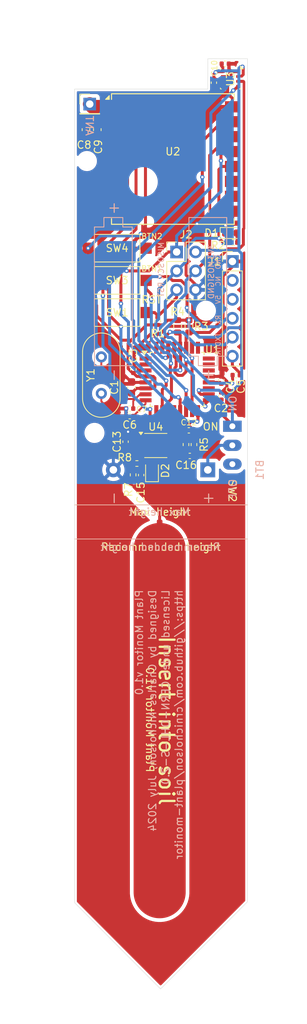
<source format=kicad_pcb>
(kicad_pcb (version 20240108) (generator "pcbnew") (generator_version "8.0")
  (layers (0 "F.Cu" signal) (31 "B.Cu" signal) (34 "B.Paste" user) (35 "F.Paste" user) (36 "B.SilkS" user "B.Silkscreen") (37 "F.SilkS" user "F.Silkscreen") (38 "B.Mask" user) (39 "F.Mask" user) (44 "Edge.Cuts" user))
  (net 0 "")
  (net 1 "Net-(AE1-Pin_1)")
  (net 2 "Net-(BT1-+)")
  (net 3 "GND")
  (net 4 "+3.3V")
  (net 5 "Net-(U1-AREF)")
  (net 6 "RESET")
  (net 7 "Net-(J1-Pin_6)")
  (net 8 "XTAL2")
  (net 9 "XTAL1")
  (net 10 "TRIG")
  (net 11 "Net-(C14-Pad1)")
  (net 12 "SOIL")
  (net 13 "COUT")
  (net 14 "Net-(D1-A)")
  (net 15 "Net-(D2-A)")
  (net 17 "RX")
  (net 18 "+5V")
  (net 19 "TX")
  (net 20 "MOSI")
  (net 21 "SCK")
  (net 22 "MISO")
  (net 23 "SDA")
  (net 24 "SCL")
  (net 25 "Net-(U4-DIS)")
  (net 26 "OUT")
  (net 28 "BUTTON1")
  (net 29 "BUTTON2")
  (net 34 "DIO0")
  (net 36 "LORA_RST")
  (net 40 "CS")
  (footprint "Resistor_SMD:R_0402_1005Metric" (layer "F.Cu") (at 255.5124 104.56 -90)
    (property "Reference" "R6" (hide yes))
    (property "Value" "1.5 K")
  )
  (footprint "Resistor_SMD:R_0402_1005Metric" (layer "F.Cu") (at 248.9104 107.1 180)
    (property "Reference" "R8")
    (property "Value" "10 K")
  )
  (footprint "Connector_PinHeader_2.54mm:PinHeader_2x03_P2.54mm_Vertical" (layer "F.Cu") (at 254.254 78.74)
    (property "Reference" "J2")
    (property "Value" "AT_ISP")
  )
  (footprint "Resistor_SMD:R_0402_1005Metric" (layer "F.Cu") (at 256.5844 104.562 -90)
    (property "Reference" "R5")
    (property "Value" "330")
  )
  (footprint "Capacitor_SMD:C_0402_1005Metric" (layer "F.Cu") (at 259.262 56.048 90)
    (property "Reference" "C10")
    (property "Value" "100 nF")
  )
  (footprint "Capacitor_SMD:C_0402_1005Metric" (layer "F.Cu") (at 248.448 94.488 90)
    (property "Reference" "C3")
    (property "Value" "100 nF")
  )
  (footprint "Package_LGA:Bosch_LGA-8_2.5x2.5mm_P0.65mm_ClockwisePinNumbering" (layer "F.Cu") (at 261.484 55.54 -90)
    (property "Reference" "U3")
    (property "Value" "BME280")
  )
  (footprint "Button_Switch_SMD:SW_SPST_CK_RS282G05A3" (layer "F.Cu") (at 246.253 86.864 180)
    (property "Reference" "SW1")
    (property "Value" "AT_RESET")
  )
  (footprint "Resistor_SMD:R_0402_1005Metric" (layer "F.Cu") (at 261.872 77.47 180)
    (property "Reference" "R2")
    (property "Value" "1 K")
  )
  (footprint "Resistor_SMD:R_0603_1608Metric" (layer "F.Cu") (at 254.381 88.709 90)
    (property "Reference" "R4")
    (property "Value" "1.8 K")
  )
  (footprint "Capacitor_SMD:C_0402_1005Metric" (layer "F.Cu") (at 249.4834 108.65 -90)
    (property "Reference" "C15")
    (property "Value" "1 nF")
  )
  (footprint "Connector_PinHeader_2.54mm:PinHeader_1x06_P2.54mm_Vertical" (layer "F.Cu") (at 261.747 80.01)
    (property "Reference" "J1")
    (property "Value" "FTDI")
  )
  (footprint "Capacitor_SMD:C_0402_1005Metric" (layer "F.Cu") (at 260.786 53.508)
    (property "Reference" "C11" (hide yes))
    (property "Value" "1 uF")
  )
  (footprint "Sensor_Humidity:Soil" (layer "F.Cu") (at 251.968 118.5695)
    (property "Reference" "C14" (hide yes))
    (property "Value" "Soil")
  )
  (footprint "Package_SO:VSSOP-8_3.0x3.0mm_P0.65mm" (layer "F.Cu") (at 251.4504 104.687)
    (property "Reference" "U4")
    (property "Value" "TLC555xPS")
  )
  (footprint "MountingHole:MountingHole_2.2mm_M2" (layer "F.Cu") (at 242.189 66.548)
    (property "Reference" "H1" (hide yes))
    (property "Value" "MountingHole")
  )
  (footprint "LED_SMD:LED_0603_1608Metric" (layer "F.Cu") (at 261.5945 76.2)
    (property "Reference" "D1")
    (property "Value" "LED")
  )
  (footprint "Capacitor_SMD:C_0402_1005Metric" (layer "F.Cu") (at 260.259 95.927 90)
    (property "Reference" "C4")
    (property "Value" "100 nF")
  )
  (footprint "Capacitor_SMD:C_0402_1005Metric" (layer "F.Cu") (at 247.94 100.753 180)
    (property "Reference" "C6")
    (property "Value" "22 pF")
  )
  (footprint "Capacitor_SMD:C_0402_1005Metric" (layer "F.Cu") (at 255.8954 102.655)
    (property "Reference" "C12")
    (property "Value" "470 pF")
  )
  (footprint "Capacitor_SMD:C_0603_1608Metric" (layer "F.Cu") (at 248.194 96.901 -90)
    (property "Reference" "C1")
    (property "Value" "10 uF")
  )
  (footprint "Crystal:Crystal_HC18-U_Vertical" (layer "F.Cu") (at 244.13 97.705 90)
    (property "Reference" "Y1")
    (property "Value" "8MHz")
  )
  (footprint "Capacitor_SMD:C_0603_1608Metric" (layer "F.Cu") (at 242.063 62.342 90)
    (property "Reference" "C8")
    (property "Value" "10 uF")
  )
  (footprint "Resistor_SMD:R_0402_1005Metric" (layer "F.Cu") (at 251.714 88.009 90)
    (property "Reference" "R1")
    (property "Value" "220")
  )
  (footprint "Button_Switch_THT:SW_Slide_SPDT" (layer "F.Cu") (at 261.747 104.648 -90)
    (property "Reference" "SW2")
    (property "Value" "Power")
  )
  (footprint "Capacitor_SMD:C_0402_1005Metric" (layer "F.Cu") (at 247.3864 104.179 90)
    (property "Reference" "C13")
    (property "Value" "100 nF")
  )
  (footprint "Capacitor_SMD:C_0402_1005Metric" (layer "F.Cu") (at 262.255 95.25)
    (property "Reference" "C5")
    (property "Value" "100 nF")
  )
  (footprint "Capacitor_SMD:C_0402_1005Metric" (layer "F.Cu") (at 260.259 98.058 -90)
    (property "Reference" "C2")
    (property "Value" "100 nF")
  )
  (footprint "Capacitor_SMD:C_0603_1608Metric" (layer "F.Cu") (at 243.587 62.342 90)
    (property "Reference" "C9")
    (property "Value" "100 nF")
  )
  (footprint "MountingHole:MountingHole_2.2mm_M2" (layer "F.Cu") (at 258.191 86.614)
    (property "Reference" "H1" (hide yes))
    (property "Value" "MountingHole")
  )
  (footprint "Connector_PinHeader_2.54mm:PinHeader_1x01_P2.54mm_Vertical" (layer "F.Cu") (at 242.571 58.913)
    (property "Reference" "AE1" (hide yes))
    (property "Value" "Antenna")
  )
  (footprint "RF_Module:Ai-Thinker-Ra-01-LoRa" (layer "F.Cu") (at 253.747 66.279)
    (property "Reference" "U2")
    (property "Value" "Ra-01")
  )
  (footprint "Package_QFP:TQFP-32_7x7mm_P0.8mm" (layer "F.Cu") (at 254.324 95.826)
    (property "Reference" "U1")
    (property "Value" "ATmega328P-A")
  )
  (footprint "Resistor_SMD:R_0603_1608Metric" (layer "F.Cu") (at 255.905 88.709 90)
    (property "Reference" "R3")
    (property "Value" "1.8 K")
  )
  (footprint "Diode_SMD:D_MicroMELF" (layer "F.Cu") (at 250.9424 108.078 90)
    (property "Reference" "D2")
    (property "Value" "SM4007")
  )
  (footprint "Capacitor_SMD:C_0402_1005Metric" (layer "F.Cu") (at 247.94 99.737)
    (property "Reference" "C7")
    (property "Value" "22 pF")
  )
  (footprint "Button_Switch_SMD:SW_SPST_CK_RS282G05A3" (layer "F.Cu") (at 246.253 82.55 180)
    (property "Reference" "SW3")
    (property "Value" "BUTTON1")
  )
  (footprint "Button_Switch_SMD:SW_SPST_CK_RS282G05A3" (layer "F.Cu") (at 246.253 78.232 180)
    (property "Reference" "SW4")
    (property "Value" "BUTTON2")
  )
  (footprint "MountingHole:MountingHole_2.2mm_M2" (layer "F.Cu") (at 243.205 102.997)
    (property "Reference" "H4" (hide yes))
    (property "Value" "MountingHole")
  )
  (footprint "Resistor_SMD:R_0402_1005Metric" (layer "F.Cu") (at 248.4024 108.622 -90)
    (property "Reference" "R7")
    (property "Value" "1 M")
  )
  (footprint "Capacitor_SMD:C_0402_1005Metric" (layer "F.Cu") (at 256.0224 106.084)
    (property "Reference" "C16")
    (property "Value" "10 nF")
  )
  (footprint "Battery:BatteryHolder_Keystone_2468_2xAAA" (layer "B.Cu") (at 258.445 107.952 90)
    (property "Reference" "BT1")
    (property "Value" "Battery")
  )
  (gr_line (start 263.779 117.221) (end 240.538 117.221) (stroke (width 0.1)) (layer "B.SilkS"))
  (gr_line (start 240.538 112.649) (end 263.779 112.649) (stroke (width 0.1)) (layer "B.SilkS"))
  (gr_line (start 240.538 117.221) (end 263.779 117.221) (stroke (width 0.1)) (layer "F.SilkS"))
  (gr_line (start 240.538 112.649) (end 263.779 112.649) (stroke (width 0.1)) (layer "F.SilkS"))
  (gr_line (start 252.095 177.546) (end 240.538 165.989) (stroke (width 0.05)) (layer "Edge.Cuts"))
  (gr_line (start 258.445 52.832) (end 258.445 56.896) (stroke (width 0.05)) (layer "Edge.Cuts"))
  (gr_line (start 240.538 56.896) (end 240.538 165.989) (stroke (width 0.05)) (layer "Edge.Cuts"))
  (gr_line (start 263.779 52.832) (end 263.779 165.862) (stroke (width 0.05)) (layer "Edge.Cuts"))
  (gr_line (start 258.445 56.896) (end 240.538 56.896) (stroke (width 0.05)) (layer "Edge.Cuts"))
  (gr_line (start 263.777186 165.863814) (end 252.095 177.546) (stroke (width 0.05)) (layer "Edge.Cuts"))
  (gr_line (start 263.779 52.832) (end 258.445 52.832) (stroke (width 0.05)) (layer "Edge.Cuts"))
  (gr_text "5V" (at 260.223 84.455 90) (layer "B.SilkS") (effects (font (size 0.66 0.66) (thickness 0.1)) (justify left bottom mirror)))
  (gr_text "RX" (at 260.223 87.122 90) (layer "B.SilkS") (effects (font (size 0.66 0.66) (thickness 0.1)) (justify left bottom mirror)))
  (gr_text "RST" (at 252.603 82.677 90) (layer "B.SilkS") (effects (font (size 0.75 0.75) (thickness 0.12)) (justify left bottom mirror)))
  (gr_text "Designed by Charles Nicholson, July 2024" (at 251.587 123.952 90) (layer "B.SilkS") (effects (font (size 1 1)) (justify left bottom mirror)))
  (gr_text "Recommended height" (at 260.223 118.872 -0) (layer "B.SilkS") (effects (font (size 1 1)) (justify left bottom mirror)))
  (gr_text "Licensed under CERN-OHL-S-2.0" (at 253.365 123.952 90) (layer "B.SilkS") (effects (font (size 1 1) (thickness 0.15) (bold yes)) (justify left bottom mirror)))
  (gr_text "ON" (at 262.382 97.917 90) (layer "B.SilkS") (effects (font (size 1 1)) (justify left bottom mirror)))
  (gr_text "Plant Monitor v1.0" (at 249.809 123.952 90) (layer "B.SilkS") (effects (font (size 1 1)) (justify left bottom mirror)))
  (gr_text "OFF\n" (at 262.382 109.093 90) (layer "B.SilkS") (effects (font (size 1 1)) (justify left bottom mirror)))
  (gr_text "NC" (at 260.223 81.915 90) (layer "B.SilkS") (effects (font (size 0.66 0.66) (thickness 0.1)) (justify left bottom mirror)))
  (gr_text "SCK" (at 252.603 80.137 90) (layer "B.SilkS") (effects (font (size 0.75 0.75) (thickness 0.12)) (justify left bottom mirror)))
  (gr_text "TX" (at 260.223 89.535 90) (layer "B.SilkS") (effects (font (size 0.66 0.66) (thickness 0.1)) (justify left bottom mirror)))
  (gr_text "DTR" (at 260.223 90.678 90) (layer "B.SilkS") (effects (font (size 0.66 0.66) (thickness 0.1)) (justify left bottom mirror)))
  (gr_text "MOSI" (at 259.334 79.883 90) (layer "B.SilkS") (effects (font (size 0.75 0.75) (thickness 0.12)) (justify left bottom mirror)))
  (gr_text "ANT" (at 241.935 63.246 -90) (layer "B.SilkS") (effects (font (size 1 1)) (justify left bottom mirror)))
  (gr_text "Max height" (at 256.159 114.173 -0) (layer "B.SilkS") (effects (font (size 1 1)) (justify left bottom mirror)))
  (gr_text "MISO" (at 252.603 77.343 90) (layer "B.SilkS") (effects (font (size 0.75 0.75) (thickness 0.12)) (justify left bottom mirror)))
  (gr_text "GND" (at 259.334 82.677 90) (layer "B.SilkS") (effects (font (size 0.75 0.75) (thickness 0.12)) (justify left bottom mirror)))
  (gr_text "https://github.com/crnicholson/plant-monitor" (at 255.143 123.952 90) (layer "B.SilkS") (effects (font (size 1 1)) (justify left bottom mirror)))
  (gr_text "GND" (at 260.223 78.994 90) (layer "B.SilkS") (effects (font (size 0.66 0.66) (thickness 0.1)) (justify left bottom mirror)))
  (gr_text "3V3" (at 259.334 77.597 90) (layer "B.SilkS") (effects (font (size 0.75 0.75) (thickness 0.12)) (justify left bottom mirror)))
  (gr_text "BTN2" (at 249.428 77.089 0) (layer "F.SilkS") (effects (font (size 0.75 0.75) (thickness 0.12)) (justify left bottom)))
  (gr_text "Insert into soil" (at 251.714 130.048 270) (layer "F.SilkS") (effects (font (size 2 2) (thickness 0.3)) (justify left bottom)))
  (gr_text "ON" (at 257.683 102.743 0) (layer "F.SilkS") (effects (font (size 1 1)) (justify left bottom)))
  (gr_text "Plant Monitor v1.0" (at 250.063 148.59 -90) (layer "F.SilkS") (effects (font (size 1 1)) (justify left bottom mirror)))
  (gr_text "Recommended height" (at 243.967 118.872 0) (layer "F.SilkS") (effects (font (size 1 1)) (justify left bottom)))
  (gr_text "Max height" (at 247.777 114.173 0) (layer "F.SilkS") (effects (font (size 1 1)) (justify left bottom)))
  (gr_text "RST" (at 249.428 85.725 0) (layer "F.SilkS") (effects (font (size 1 1)) (justify left bottom)))
  (gr_text "BTN1" (at 249.428 81.407 0) (layer "F.SilkS") (effects (font (size 0.75 0.75) (thickness 0.12)) (justify left bottom)))
  (segment (start 242.937 59.279) (end 242.571 58.913) (width 1.84904) (layer "F.Cu") (net 1))
  (segment (start 245.747 59.279) (end 242.937 59.279) (width 1.84904) (layer "F.Cu") (net 1))
  (segment (start 258.381 107.952) (end 258.3704 107.952) (width 0.4) (layer "F.Cu") (net 2))
  (segment (start 258.445 106.3073) (end 258.445 107.952) (width 0.4) (layer "B.Cu") (net 2))
  (segment (start 260.0863 104.666) (end 258.445 106.3073) (width 0.4) (layer "B.Cu") (net 2))
  (segment (start 261.738 104.666) (end 260.0863 104.666) (width 0.4) (layer "B.Cu") (net 2))
  (segment (start 261.6521 54.6485) (end 261.0856 55.215) (width 0.4) (layer "F.Cu") (net 3))
  (segment (start 261.747 59.279) (end 260.3453 59.279) (width 0.4) (layer "F.Cu") (net 3))
  (segment (start 261.1092 56.3915) (end 261.1092 57.4895) (width 0.4) (layer "F.Cu") (net 3))
  (segment (start 257.0036 62.6207) (end 257.0036 62.3126) (width 0.4) (layer "F.Cu") (net 3))
  (segment (start 260.5502 56.6062) (end 260.8945 56.6062) (width 0.4) (layer "F.Cu") (net 3))
  (segment (start 250.4705 101.9286) (end 255.826 101.9286) (width 0.4) (layer "F.Cu") (net 3))
  (segment (start 255.97 61.279) (end 245.747 61.279) (width 0.4) (layer "F.Cu") (net 3))
  (segment (start 257.0036 74.9702) (end 256.413 74.3796) (width 0.4) (layer "F.Cu") (net 3))
  (segment (start 247.7238 102.843) (end 248.1237 103.2429) (width 0.4) (layer "F.Cu") (net 3))
  (segment (start 247.46 99.737) (end 247.46 100.753) (width 0.4) (layer "F.Cu") (net 3))
  (segment (start 260.3828 95.447) (end 261.0051 96.0693) (width 0.4) (layer "F.Cu") (net 3))
  (segment (start 248.565556 94.008) (end 249.158 94.600444) (width 0.4) (layer "F.Cu") (net 3))
  (segment (start 255.524 76.4498) (end 255.524 81.8399) (width 0.4) (layer "F.Cu") (net 3))
  (segment (start 253.088 88.7014) (end 252.0168 89.7726) (width 0.4) (layer "F.Cu") (net 3))
  (segment (start 260.9932 75.1845) (end 260.807 75.1845) (width 0.4) (layer "F.Cu") (net 3))
  (segment (start 248.6871 103.712) (end 250.4705 101.9286) (width 0.4) (layer "F.Cu") (net 3))
  (segment (start 256.794 85.0717) (end 256.413 85.4527) (width 0.4) (layer "F.Cu") (net 3))
  (segment (start 261.266 54.1789) (end 261.6521 54.565) (width 0.4) (layer "F.Cu") (net 3))
  (segment (start 261.0051 96.8319) (end 260.3616 97.4754) (width 0.4) (layer "F.Cu") (net 3))
  (segment (start 260.238 95.426) (end 260.259 95.447) (width 0.4) (layer "F.Cu") (net 3))
  (segment (start 259.7943 56.528) (end 259.8073 56.515) (width 0.4) (layer "F.Cu") (net 3))
  (segment (start 261.747 74.4307) (end 260.9932 75.1845) (width 0.4) (layer "F.Cu") (net 3))
  (segment (start 247.13 95.162) (end 248.194 96.226) (width 0.4) (layer "F.Cu") (net 3))
  (segment (start 261.1092 56.3915) (end 261.239 56.2617) (width 0.3498) (layer "F.Cu") (net 3))
  (segment (start 260.9712 99.4117) (end 260.9696 99.4133) (width 0.4) (layer "F.Cu") (net 3))
  (segment (start 260.259 97.578) (end 260.3616 97.4754) (width 0.4) (layer "F.Cu") (net 3))
  (segment (start 261.747 58.1273) (end 261.747 59.279) (width 0.4) (layer "F.Cu") (net 3))
  (segment (start 261.747 80.7141) (end 260.497 81.9641) (width 0.4) (layer "F.Cu") (net 3))
  (segment (start 249.158 94.626) (end 250.074 94.626) (width 0.4) (layer "F.Cu") (net 3))
  (segment (start 261.0051 96.0693) (end 261.0051 96.8319) (width 0.4) (layer "F.Cu") (net 3))
  (segment (start 260.459 55.215) (end 261.0856 55.215) (width 0.3498) (layer "F.Cu") (net 3))
  (segment (start 247.13 92.7927) (end 247.13 95.162) (width 0.4) (layer "F.Cu") (net 3))
  (segment (start 256.78 88.3384) (end 256.417 88.7014) (width 0.4) (layer "F.Cu") (net 3))
  (segment (start 242.353 86.864) (end 242.353 88.0157) (width 0.4) (layer "F.Cu") (net 3))
  (segment (start 259.262 56.528) (end 259.7943 56.528) (width 0.4) (layer "F.Cu") (net 3))
  (segment (start 248.1237 103.2429) (end 248.1237 103.712) (width 0.4) (layer "F.Cu") (net 3))
  (segment (start 248.194 96.226) (end 248.8723 96.226) (width 0.4) (layer "F.Cu") (net 3))
  (segment (start 247.3864 103.1804) (end 247.3864 103.699) (width 0.4) (layer "F.Cu") (net 3))
  (segment (start 247.7238 102.843) (end 247.3864 103.1804) (width 0.4) (layer "F.Cu") (net 3))
  (segment (start 261.747 73.279) (end 261.747 74.4307) (width 0.4) (layer "F.Cu") (net 3))
  (segment (start 245.747 61.279) (end 243.875 61.279) (width 0.4) (layer "F.Cu") (net 3))
  (segment (start 248.194 96.226) (end 248.194 96.126) (width 0.4) (layer "F.Cu") (net 3))
  (segment (start 261.266 53.508) (end 261.266 54.1789) (width 0.4) (layer "F.Cu") (net 3))
  (segment (start 261.239 55.3684) (end 261.0856 55.215) (width 0.3498) (layer "F.Cu") (net 3))
  (segment (start 242.353 88.0157) (end 247.13 92.7927) (width 0.4) (layer "F.Cu") (net 3))
  (segment (start 256.413 74.3796) (end 256.413 63.2113) (width 0.4) (layer "F.Cu") (net 3))
  (segment (start 256.794 83.1099) (end 256.794 83.82) (width 0.4) (layer "F.Cu") (net 3))
  (segment (start 243.875 61.279) (end 243.587 61.567) (width 0.4) (layer "F.Cu") (net 3))
  (segment (start 256.417 88.7014) (end 253.088 88.7014) (width 0.4) (layer "F.Cu") (net 3))
  (segment (start 260.459 56.515) (end 259.8073 56.515) (width 0.4) (layer "F.Cu") (net 3))
  (segment (start 261.1092 57.4895) (end 261.747 58.1273) (width 0.4) (layer "F.Cu") (net 3))
  (segment (start 260.3616 97.4754) (end 260.9712 98.085) (width 0.4) (layer "F.Cu") (net 3))
  (segment (start 261.239 56.2617) (end 261.239 55.3684) (width 0.3498) (layer "F.Cu") (net 3))
  (segment (start 260.459 56.515) (end 260.5502 56.6062) (width 0.4) (layer "F.Cu") (net 3))
  (segment (start 256.413 87.06293) (end 256.78 87.42993) (width 0.4) (layer "F.Cu") (net 3))
  (segment (start 256.78 87.42993) (end 256.78 88.3384) (width 0.4) (layer "F.Cu") (net 3))
  (segment (start 248.6871 103.712) (end 248.1237 103.712) (width 0.4) (layer "F.Cu") (net 3))
  (segment (start 257.0036 62.3126) (end 255.97 61.279) (width 0.4) (layer "F.Cu") (net 3))
  (segment (start 257.0036 74.9702) (end 255.524 76.4498) (width 0.4) (layer "F.Cu") (net 3))
  (segment (start 260.8945 56.6062) (end 261.1092 56.3915) (width 0.4) (layer "F.Cu") (net 3))
  (segment (start 260.807 76.2) (end 260.807 75.1845) (width 0.4) (layer "F.Cu") (net 3))
  (segment (start 256.413 63.2113) (end 257.0036 62.6207) (width 0.4) (layer "F.Cu") (net 3))
  (segment (start 250.074 96.226) (end 248.8723 96.226) (width 0.4) (layer "F.Cu") (net 3))
  (segment (start 255.524 81.8399) (end 256.794 83.1099) (width 0.4) (layer "F.Cu") (net 3))
  (segment (start 255.826 101.9286) (end 256.3754 102.478) (width 0.4) (layer "F.Cu") (net 3))
  (segment (start 261.747 80.01) (end 261.747 80.7141) (width 0.4) (layer "F.Cu") (net 3))
  (segment (start 249.2504 103.712) (end 248.6871 103.712) (width 0.4) (layer "F.Cu") (net 3))
  (segment (start 248.448 92.039) (end 248.448 94.008) (width 0.4) (layer "F.Cu") (net 3))
  (segment (start 258.574 95.426) (end 260.238 95.426) (width 0.4) (layer "F.Cu") (net 3))
  (segment (start 243.587 61.567) (end 242.063 61.567) (width 0.4) (layer "F.Cu") (net 3))
  (segment (start 249.158 94.600444) (end 249.158 94.626) (width 0.4) (layer "F.Cu") (net 3))
  (segment (start 261.6521 54.565) (end 261.6521 54.6485) (width 0.4) (layer "F.Cu") (net 3))
  (segment (start 256.413 85.4527) (end 256.413 87.06293) (width 0.4) (layer "F.Cu") (net 3))
  (segment (start 261.6521 54.565) (end 261.8573 54.565) (width 0.4) (layer "F.Cu") (net 3))
  (segment (start 260.497 81.9641) (end 260.497 95.167) (width 0.4) (layer "F.Cu") (net 3))
  (segment (start 256.3754 102.478) (end 256.3754 102.655) (width 0.4) (layer "F.Cu") (net 3))
  (segment (start 250.7144 89.7726) (end 248.448 92.039) (width 0.4) (layer "F.Cu") (net 3))
  (segment (start 262.509 54.565) (end 261.8573 54.565) (width 0.4) (layer "F.Cu") (net 3))
  (segment (start 260.3453 59.279) (end 257.0036 62.6207) (width 0.4) (layer "F.Cu") (net 3))
  (segment (start 260.497 95.167) (end 260.238 95.426) (width 0.4) (layer "F.Cu") (net 3))
  (segment (start 248.448 94.008) (end 248.565556 94.008) (width 0.4) (layer "F.Cu") (net 3))
  (segment (start 252.0168 89.7726) (end 250.7144 89.7726) (width 0.4) (layer "F.Cu") (net 3))
  (segment (start 260.9712 98.085) (end 260.9712 99.4117) (width 0.4) (layer "F.Cu") (net 3))
  (segment (start 256.794 83.82) (end 256.794 85.0717) (width 0.4) (layer "F.Cu") (net 3))
  (segment (start 260.259 95.447) (end 260.3828 95.447) (width 0.4) (layer "F.Cu") (net 3))
  (via (at 260.807 75.1845) (size 0.6) (drill 0.3) (layers "F.Cu" "B.Cu") (net 3))
  (via (at 247.7238 102.843) (size 0.6) (drill 0.3) (layers "F.Cu" "B.Cu") (net 3))
  (via (at 257.0036 74.9702) (size 0.6) (drill 0.3) (layers "F.Cu" "B.Cu") (net 3))
  (via (at 260.9696 99.4133) (size 0.6) (drill 0.3) (layers "F.Cu" "B.Cu") (net 3))
  (via (at 247.46 99.737) (size 0.6) (drill 0.3) (layers "F.Cu" "B.Cu") (net 3))
  (segment (start 246.661 102.843) (end 245.745 103.759) (width 0.4) (layer "B.Cu") (net 3))
  (segment (start 260.604 80.01) (end 256.794 83.82) (width 0.4) (layer "B.Cu") (net 3))
  (segment (start 245.745 103.759) (end 245.745 107.952) (width 0.4) (layer "B.Cu") (net 3))
  (segment (start 257.5399 102.843) (end 260.9696 99.4133) (width 0.4) (layer "B.Cu") (net 3))
  (segment (start 247.7238 102.843) (end 257.5399 102.843) (width 0.4) (layer "B.Cu") (net 3))
  (segment (start 257.0036 74.9702) (end 260.5927 74.9702) (width 0.4) (layer "B.Cu") (net 3))
  (segment (start 261.747 80.01) (end 260.604 80.01) (width 0.4) (layer "B.Cu") (net 3))
  (segment (start 247.7238 100.9118) (end 247.46 100.648) (width 0.4) (layer "B.Cu") (net 3))
  (segment (start 247.7238 102.843) (end 246.661 102.843) (width 0.4) (layer "B.Cu") (net 3))
  (segment (start 247.7238 102.843) (end 247.7238 100.9118) (width 0.4) (layer "B.Cu") (net 3))
  (segment (start 260.5927 74.9702) (end 260.807 75.1845) (width 0.4) (layer "B.Cu") (net 3))
  (segment (start 247.46 100.648) (end 247.46 99.737) (width 0.4) (layer "B.Cu") (net 3))
  (segment (start 254.381 87.884) (end 253.0545 87.884) (width 0.4) (layer "F.Cu") (net 4))
  (segment (start 247.73 94.367556) (end 247.73 90.99) (width 0.4) (layer "F.Cu") (net 4))
  (segment (start 260.459 54.565) (end 259.5971 54.565) (width 0.4) (layer "F.Cu") (net 4))
  (segment (start 242.3513 84.7688) (end 242.353 84.7671) (width 0.4) (layer "F.Cu") (net 4))
  (segment (start 242.353 84.7671) (end 242.353 82.55) (width 0.4) (layer "F.Cu") (net 4))
  (segment (start 258.574 97.826) (end 257.499 97.826) (width 0.4) (layer "F.Cu") (net 4))
  (segment (start 262.5588 55.1652) (end 262.509 55.215) (width 0.3498) (layer "F.Cu") (net 4))
  (segment (start 249.2504 105.662) (end 248.1237 105.662) (width 0.4) (layer "F.Cu") (net 4))
  (segment (start 247.3864 104.659) (end 247.3864 104.9247) (width 0.4) (layer "F.Cu") (net 4))
  (segment (start 251.333 95.631) (end 251.333 96.842) (width 0.4) (layer "F.Cu") (net 4))
  (segment (start 250.074 95.426) (end 251.128 95.426) (width 0.4) (layer "F.Cu") (net 4))
  (segment (start 262.9951 55.1652) (end 262.5588 55.1652) (width 0.3498) (layer "F.Cu") (net 4))
  (segment (start 256.5844 105.072) (end 256.6886 105.072) (width 0.4) (layer "F.Cu") (net 4))
  (segment (start 259.262 54.9001) (end 259.262 55.568) (width 0.4) (layer "F.Cu") (net 4))
  (segment (start 260.259 100.4457) (end 260.259 98.538) (width 0.4) (layer "F.Cu") (net 4))
  (segment (start 248.448 94.968) (end 248.906 95.426) (width 0.4) (layer "F.Cu") (net 4))
  (segment (start 260.306 53.508) (end 260.306 53.8353) (width 0.4) (layer "F.Cu") (net 4))
  (segment (start 249.428 76.327) (end 250.063 75.692) (width 0.4) (layer "F.Cu") (net 4))
  (segment (start 248.844 97.026) (end 248.194 97.676) (width 0.4) (layer "F.Cu") (net 4))
  (segment (start 250.063 75.692) (end 250.063 65.151) (width 0.4) (layer "F.Cu") (net 4))
  (segment (start 259.262 54.9001) (end 259.50655 54.65555) (width 0.4) (layer "F.Cu") (net 4))
  (segment (start 255.0316 103.3725) (end 254.7771 103.627) (width 0.4) (layer "F.Cu") (net 4))
  (segment (start 261.747 101.9337) (end 260.259 100.4457) (width 0.4) (layer "F.Cu") (net 4))
  (segment (start 247.3864 104.9247) (end 248.1237 105.662) (width 0.4) (layer "F.Cu") (net 4))
  (segment (start 246.7788 90.5688) (end 243.503 87.293) (width 0.4) (layer "F.Cu") (net 4))
  (segment (start 263.2005 54.0128) (end 263.0982 53.9105) (width 0.4) (layer "F.Cu") (net 4))
  (segment (start 252.4195 88.519) (end 251.714 88.519) (width 0.4) (layer "F.Cu") (net 4))
  (segment (start 250.201 88.519) (end 248.1512 90.5688) (width 0.4) (layer "F.Cu") (net 4))
  (segment (start 248.330444 94.968) (end 247.73 94.367556) (width 0.4) (layer "F.Cu") (net 4))
  (segment (start 257.3322 103.3725) (end 255.0316 103.3725) (width 0.4) (layer "F.Cu") (net 4))
  (segment (start 251.333 96.842) (end 251.149 97.026) (width 0.4) (layer "F.Cu") (net 4))
  (segment (start 242.353 63.117) (end 242.063 63.117) (width 0.4) (layer "F.Cu") (net 4))
  (segment (start 251.714 88.519) (end 250.201 88.519) (width 0.4) (layer "F.Cu") (net 4))
  (segment (start 257.2475 97.5745) (end 257.2475 97.2708) (width 0.4) (layer "F.Cu") (net 4))
  (segment (start 260.306 53.8353) (end 260.459 53.9883) (width 0.4) (layer "F.Cu") (net 4))
  (segment (start 251.149 97.026) (end 250.074 97.026) (width 0.4) (layer "F.Cu") (net 4))
  (segment (start 247.73 90.99) (end 248.1512 90.5688) (width 0.4) (layer "F.Cu") (net 4))
  (segment (start 241.2013 96.8023) (end 241.2013 85.9188) (width 0.4) (layer "F.Cu") (net 4))
  (segment (start 248.191 63.279) (end 245.747 63.279) (width 0.4) (layer "F.Cu") (net 4))
  (segment (start 242.353 63.117) (end 243.587 63.117) (width 0.4) (layer "F.Cu") (net 4))
  (segment (start 243.503 85.9171) (end 242.353 84.7671) (width 0.4) (layer "F.Cu") (net 4))
  (segment (start 257.3322 104.4284) (end 257.3322 103.3725) (width 0.4) (layer "F.Cu") (net 4))
  (segment (start 257.3322 103.3725) (end 260.259 100.4457) (width 0.4) (layer "F.Cu") (net 4))
  (segment (start 250.074 97.026) (end 248.844 97.026) (width 0.4) (layer "F.Cu") (net 4))
  (segment (start 244.1833 63.117) (end 244.3453 63.279) (width 0.4) (layer "F.Cu") (net 4))
  (segment (start 259.8073 55.865) (end 259.5103 55.568) (width 0.4) (layer "F.Cu") (net 4))
  (segment (start 260.459 54.565) (end 260.459 53.9883) (width 0.4) (layer "F.Cu") (net 4))
  (segment (start 248.448 94.968) (end 248.330444 94.968) (width 0.4) (layer "F.Cu") (net 4))
  (segment (start 241.2013 85.9188) (end 242.3513 84.7688) (width 0.4) (layer "F.Cu") (net 4))
  (segment (start 243.587 63.117) (end 244.1833 63.117) (width 0.4) (layer "F.Cu") (net 4))
  (segment (start 242.353 82.55) (end 242.353 78.232) (width 0.4) (layer "F.Cu") (net 4))
  (segment (start 251.128 95.426) (end 251.333 95.631) (width 0.4) (layer "F.Cu") (net 4))
  (segment (start 253.6504 103.712) (end 254.7771 103.712) (width 0.4) (layer "F.Cu") (net 4))
  (segment (start 261.747 102.108) (end 261.747 101.9337) (width 0.4) (layer "F.Cu") (net 4))
  (segment (start 247.268844 104.659) (end 246.6764 104.066556) (width 0.4) (layer "F.Cu") (net 4))
  (segment (start 263.2005 54.9598) (end 263.2005 54.0128) (width 0.4) (layer "F.Cu") (net 4))
  (segment (start 246.6764 104.066556) (end 246.6764 102.2774) (width 0.4) (layer "F.Cu") (net 4))
  (segment (start 259.5103 55.568) (end 259.262 55.568) (width 0.4) (layer "F.Cu") (net 4))
  (segment (start 254.7771 103.627) (end 254.7771 103.712) (width 0.4) (layer "F.Cu") (net 4))
  (segment (start 247.3864 104.659) (end 247.268844 104.659) (width 0.4) (layer "F.Cu") (net 4))
  (segment (start 256.6886 105.072) (end 257.3322 104.4284) (width 0.4) (layer "F.Cu") (net 4))
  (segment (start 257.499 97.826) (end 257.2475 97.5745) (width 0.4) (layer "F.Cu") (net 4))
  (segment (start 255.905 87.884) (end 254.381 87.884) (width 0.4) (layer "F.Cu") (net 4))
  (segment (start 246.6764 102.2774) (end 241.2013 96.8023) (width 0.4) (layer "F.Cu") (net 4))
  (segment (start 262.9951 55.1652) (end 263.2005 54.9598) (width 0.4) (layer "F.Cu") (net 4))
  (segment (start 253.0545 87.884) (end 252.4195 88.519) (width 0.4) (layer "F.Cu") (net 4))
  (segment (start 250.063 65.151) (end 248.191 63.279) (width 0.4) (layer "F.Cu") (net 4))
  (segment (start 248.1512 90.5688) (end 246.7788 90.5688) (width 0.4) (layer "F.Cu") (net 4))
  (segment (start 259.5971 54.565) (end 259.50655 54.65555) (width 0.4) (layer "F.Cu") (net 4))
  (segment (start 243.503 87.293) (end 243.503 85.9171) (width 0.4) (layer "F.Cu") (net 4))
  (segment (start 260.459 55.865) (end 259.8073 55.865) (width 0.4) (layer "F.Cu") (net 4))
  (segment (start 248.906 95.426) (end 250.074 95.426) (width 0.4) (layer "F.Cu") (net 4))
  (segment (start 245.747 63.279) (end 244.3453 63.279) (width 0.4) (layer "F.Cu") (net 4))
  (via (at 259.50655 54.65555) (size 0.6) (drill 0.3) (layers "F.Cu" "B.Cu") (net 4))
  (via (at 255.905 87.884) (size 0.6) (drill 0.3) (layers "F.Cu" "B.Cu") (net 4))
  (via (at 249.428 76.327) (size 0.6) (drill 0.3) (layers "F.Cu" "B.Cu") (net 4))
  (via (at 263.0982 53.9105) (size 0.6) (drill 0.3) (layers "F.Cu" "B.Cu") (net 4))
  (via (at 257.2475 97.2708) (size 0.6) (drill 0.3) (layers "F.Cu" "B.Cu") (net 4))
  (via (at 242.353 78.232) (size 0.6) (drill 0.3) (layers "F.Cu" "B.Cu") (net 4))
  (segment (start 262.6248 78.4391) (end 262.5469 78.517) (width 0.4) (layer "B.Cu") (net 4))
  (segment (start 262.5469 78.517) (end 262.9987 78.9688) (width 0.4) (layer "B.Cu") (net 4))
  (segment (start 263.0982 53.9105) (end 262.8163 53.9105) (width 0.4) (layer "B.Cu") (net 4))
  (segment (start 259.9612 97.2708) (end 260.9232 98.2328) (width 0.4) (layer "B.Cu") (net 4))
  (segment (start 244.004 76.581) (end 242.353 78.232) (width 0.4) (layer "B.Cu") (net 4))
  (segment (start 262.5469 78.517) (end 257.017 78.517) (width 0.4) (layer "B.Cu") (net 4))
  (segment (start 262.9987 96.1573) (end 262.9987 88.8971) (width 0.4) (layer "B.Cu") (net 4))
  (segment (start 262.9987 88.8971) (end 262.9972 88.8956) (width 0.4) (layer "B.Cu") (net 4))
  (segment (start 261.253633 88.8956) (end 262.9972 88.8956) (width 0.4) (layer "B.Cu") (net 4))
  (segment (start 262.6248 54.457) (end 259.7051 54.457) (width 0.4) (layer "B.Cu") (net 4))
  (segment (start 262.9987 78.9688) (end 262.9987 88.8941) (width 0.4) (layer "B.Cu") (net 4))
  (segment (start 261.747 102.108) (end 261.747 100.9563) (width 0.4) (layer "B.Cu") (net 4))
  (segment (start 262.6248 54.457) (end 262.6248 78.4391) (width 0.4) (layer "B.Cu") (net 4))
  (segment (start 257.2475 97.2708) (end 259.9612 97.2708) (width 0.4) (layer "B.Cu") (net 4))
  (segment (start 261.747 99.0566) (end 261.747 100.9563) (width 0.4) (layer "B.Cu") (net 4))
  (segment (start 260.9232 98.2328) (end 261.747 99.0566) (width 0.4) (layer "B.Cu") (net 4))
  (segment (start 249.174 76.581) (end 244.004 76.581) (width 0.4) (layer "B.Cu") (net 4))
  (segment (start 255.905 88.773) (end 257.302 90.17) (width 0.4) (layer "B.Cu") (net 4))
  (segment (start 259.7051 54.457) (end 259.50655 54.65555) (width 0.4) (layer "B.Cu") (net 4))
  (segment (start 249.428 76.327) (end 249.174 76.581) (width 0.4) (layer "B.Cu") (net 4))
  (segment (start 260.9232 98.2328) (end 262.9987 96.1573) (width 0.4) (layer "B.Cu") (net 4))
  (segment (start 255.905 87.884) (end 255.905 88.773) (width 0.4) (layer "B.Cu") (net 4))
  (segment (start 259.979233 90.17) (end 261.253633 88.8956) (width 0.4) (layer "B.Cu") (net 4))
  (segment (start 257.017 78.517) (end 256.794 78.74) (width 0.4) (layer "B.Cu") (net 4))
  (segment (start 262.9987 88.8941) (end 262.9972 88.8956) (width 0.4) (layer "B.Cu") (net 4))
  (segment (start 262.8163 53.9105) (end 262.6248 54.102) (width 0.4) (layer "B.Cu") (net 4))
  (segment (start 262.6248 54.102) (end 262.6248 54.457) (width 0.4) (layer "B.Cu") (net 4))
  (segment (start 257.302 90.17) (end 259.979233 90.17) (width 0.4) (layer "B.Cu") (net 4))
  (segment (start 258.574 96.226) (end 260.078 96.226) (width 0.4) (layer "F.Cu") (net 5))
  (segment (start 260.078 96.226) (end 260.259 96.407) (width 0.4) (layer "F.Cu") (net 5))
  (segment (start 254.186 94.1018) (end 254.186 93.0397) (width 0.4) (layer "F.Cu") (net 6))
  (segment (start 255.0294 95.2875) (end 254.4257 95.2875) (width 0.4) (layer "F.Cu") (net 6))
  (segment (start 255.5168 94.8001) (end 255.0294 95.2875) (width 0.4) (layer "F.Cu") (net 6))
  (segment (start 251.7711 87.3304) (end 251.3047 86.864) (width 0.4) (layer "F.Cu") (net 6))
  (segment (start 254.254 84.8475) (end 251.7711 87.3304) (width 0.4) (layer "F.Cu") (net 6))
  (segment (start 254.0206 94.8824) (end 254.0206 94.2672) (width 0.4) (layer "F.Cu") (net 6))
  (segment (start 261.7143 96.3361) (end 261.775 96.2754) (width 0.4) (layer "F.Cu") (net 6))
  (segment (start 251.7711 87.4419) (end 251.714 87.499) (width 0.4) (layer "F.Cu") (net 6))
  (segment (start 250.153 86.864) (end 251.3047 86.864) (width 0.4) (layer "F.Cu") (net 6))
  (segment (start 254.186 93.0397) (end 253.924 92.7777) (width 0.4) (layer "F.Cu") (net 6))
  (segment (start 254.4257 95.2875) (end 254.0206 94.8824) (width 0.4) (layer "F.Cu") (net 6))
  (segment (start 255.5168 93.1964) (end 255.5168 94.8001) (width 0.4) (layer "F.Cu") (net 6))
  (segment (start 261.775 96.2754) (end 261.775 95.25) (width 0.4) (layer "F.Cu") (net 6))
  (segment (start 251.7711 87.3304) (end 251.7711 87.4419) (width 0.4) (layer "F.Cu") (net 6))
  (segment (start 253.924 91.576) (end 253.924 92.7777) (width 0.4) (layer "F.Cu") (net 6))
  (segment (start 254.0206 94.2672) (end 254.186 94.1018) (width 0.4) (layer "F.Cu") (net 6))
  (segment (start 254.254 83.82) (end 254.254 84.8475) (width 0.4) (layer "F.Cu") (net 6))
  (via (at 261.7143 96.3361) (size 0.6) (drill 0.3) (layers "F.Cu" "B.Cu") (net 6))
  (via (at 255.5168 93.1964) (size 0.6) (drill 0.3) (layers "F.Cu" "B.Cu") (net 6))
  (segment (start 253.3137 90.8177) (end 255.5168 93.0208) (width 0.4) (layer "B.Cu") (net 6))
  (segment (start 258.6565 96.3361) (end 261.7143 96.3361) (width 0.4) (layer "B.Cu") (net 6))
  (segment (start 255.5168 93.0208) (end 255.5168 93.1964) (width 0.4) (layer "B.Cu") (net 6))
  (segment (start 252.0544 88.8842) (end 252.0544 89.9983) (width 0.4) (layer "B.Cu") (net 6))
  (segment (start 252.73 88.2086) (end 252.0544 88.8842) (width 0.4) (layer "B.Cu") (net 6))
  (segment (start 252.8357 90.8177) (end 253.3137 90.8177) (width 0.4) (layer "B.Cu") (net 6))
  (segment (start 252.73 85.344) (end 252.73 88.2086) (width 0.4) (layer "B.Cu") (net 6))
  (segment (start 254.254 83.82) (end 252.73 85.344) (width 0.4) (layer "B.Cu") (net 6))
  (segment (start 252.0544 89.9983) (end 252.1985 90.1424) (width 0.4) (layer "B.Cu") (net 6))
  (segment (start 252.1985 90.1805) (end 252.8357 90.8177) (width 0.4) (layer "B.Cu") (net 6))
  (segment (start 252.1985 90.1424) (end 252.1985 90.1805) (width 0.4) (layer "B.Cu") (net 6))
  (segment (start 255.5168 93.1964) (end 258.6565 96.3361) (width 0.4) (layer "B.Cu") (net 6))
  (segment (start 261.747 92.71) (end 261.747 93.9617) (width 0.4) (layer "F.Cu") (net 7))
  (segment (start 262.735 94.9497) (end 261.747 93.9617) (width 0.4) (layer "F.Cu") (net 7))
  (segment (start 262.735 95.25) (end 262.735 94.9497) (width 0.4) (layer "F.Cu") (net 7))
  (segment (start 246.83734 101.473) (end 247.71149 101.473) (width 0.25) (layer "F.Cu") (net 8))
  (segment (start 250.074 98.626) (end 250.074 99.099) (width 0.25) (layer "F.Cu") (net 8))
  (segment (start 247.71149 101.473) (end 248.42 100.76449) (width 0.25) (layer "F.Cu") (net 8))
  (segment (start 244.13 98.76566) (end 246.83734 101.473) (width 0.25) (layer "F.Cu") (net 8))
  (segment (start 248.42 100.76449) (end 248.42 100.753) (width 0.25) (layer "F.Cu") (net 8))
  (segment (start 244.13 97.705) (end 244.13 98.76566) (width 0.25) (layer "F.Cu") (net 8))
  (segment (start 250.074 99.099) (end 248.42 100.753) (width 0.25) (layer "F.Cu") (net 8))
  (segment (start 248.42 99.737) (end 248.42 98.709052) (width 0.25) (layer "F.Cu") (net 9))
  (segment (start 248.42 98.709052) (end 248.678052 98.451) (width 0.25) (layer "F.Cu") (net 9))
  (segment (start 247.676 98.451) (end 244.13 94.905) (width 0.25) (layer "F.Cu") (net 9))
  (segment (start 249.303052 97.826) (end 248.678052 98.451) (width 0.25) (layer "F.Cu") (net 9))
  (segment (start 250.074 97.826) (end 249.303052 97.826) (width 0.25) (layer "F.Cu") (net 9))
  (segment (start 248.678052 98.451) (end 247.676 98.451) (width 0.25) (layer "F.Cu") (net 9))
  (segment (start 244.13 94.905) (end 244.13 92.805) (width 0.25) (layer "F.Cu") (net 9))
  (segment (start 254.7174 102.6565) (end 254.7189 102.655) (width 0.4) (layer "F.Cu") (net 10))
  (segment (start 253.1772 102.658) (end 254.2433 102.658) (width 0.4) (layer "F.Cu") (net 10))
  (segment (start 249.2504 104.362) (end 251.4732 104.362) (width 0.4) (layer "F.Cu") (net 10))
  (segment (start 255.5124 105.07) (end 255.4544 105.012) (width 0.4) (layer "F.Cu") (net 10))
  (segment (start 251.4732 104.362) (end 251.6735 104.1617) (width 0.4) (layer "F.Cu") (net 10))
  (segment (start 254.2448 102.6565) (end 254.7174 102.6565) (width 0.4) (layer "F.Cu") (net 10))
  (segment (start 254.2433 102.658) (end 254.2448 102.6565) (width 0.4) (layer "F.Cu") (net 10))
  (segment (start 253.6504 105.012) (end 252.5237 105.012) (width 0.4) (layer "F.Cu") (net 10))
  (segment (start 255.4544 105.012) (end 253.6504 105.012) (width 0.4) (layer "F.Cu") (net 10))
  (segment (start 251.6735 104.1617) (end 252.5237 105.012) (width 0.4) (layer "F.Cu") (net 10))
  (segment (start 251.6735 104.1617) (end 253.1772 102.658) (width 0.4) (layer "F.Cu") (net 10))
  (segment (start 254.7189 102.655) (end 255.4154 102.655) (width 0.4) (layer "F.Cu") (net 10))
  (segment (start 248.299054 110.109) (end 251.587 110.109) (width 0.4) (layer "F.Cu") (net 11))
  (segment (start 251.968 110.49) (end 251.968 114.6695) (width 0.4) (layer "F.Cu") (net 11))
  (segment (start 248.4024 108.112) (end 248.2828 108.112) (width 0.4) (layer "F.Cu") (net 11))
  (segment (start 251.587 110.109) (end 251.968 110.49) (width 0.4) (layer "F.Cu") (net 11))
  (segment (start 248.4024 108.112) (end 249.4254 108.112) (width 0.4) (layer "F.Cu") (net 11))
  (segment (start 249.4254 108.112) (end 249.4834 108.17) (width 0.4) (layer "F.Cu") (net 11))
  (segment (start 247.6768 109.486746) (end 248.299054 110.109) (width 0.4) (layer "F.Cu") (net 11))
  (segment (start 247.6768 108.718) (end 247.6768 109.486746) (width 0.4) (layer "F.Cu") (net 11))
  (segment (start 248.2828 108.112) (end 247.6768 108.718) (width 0.4) (layer "F.Cu") (net 11))
  (segment (start 249.4834 109.13) (end 249.4814 109.132) (width 0.4) (layer "F.Cu") (net 12))
  (segment (start 249.4814 109.132) (end 248.4024 109.132) (width 0.4) (layer "F.Cu") (net 12))
  (segment (start 250.9424 108.878) (end 249.7354 108.878) (width 0.4) (layer "F.Cu") (net 12))
  (segment (start 249.7354 108.878) (end 249.4834 109.13) (width 0.4) (layer "F.Cu") (net 12))
  (segment (start 253.6504 105.662) (end 254.7771 105.662) (width 0.4) (layer "F.Cu") (net 13))
  (segment (start 254.7771 105.662) (end 255.1991 106.084) (width 0.4) (layer "F.Cu") (net 13))
  (segment (start 255.1991 106.084) (end 255.5424 106.084) (width 0.4) (layer "F.Cu") (net 13))
  (segment (start 262.382 76.2) (end 262.382 77.47) (width 0.4) (layer "F.Cu") (net 14))
  (segment (start 249.5984 107.278) (end 249.4204 107.1) (width 0.4) (layer "F.Cu") (net 15))
  (segment (start 250.9424 107.278) (end 249.5984 107.278) (width 0.4) (layer "F.Cu") (net 15))
  (segment (start 253.124 91.576) (end 253.124 92.7777) (width 0.4) (layer "F.Cu") (net 17))
  (segment (start 255.504 84.337767) (end 255.504 83.2136) (width 0.4) (layer "F.Cu") (net 17))
  (segment (start 253.7008 82.5683) (end 253.1745 82.042) (width 0.4) (layer "F.Cu") (net 17))
  (segment (start 253.124 92.7777) (end 252.961 92.9407) (width 0.4) (layer "F.Cu") (net 17))
  (segment (start 255.651 84.484767) (end 255.504 84.337767) (width 0.4) (layer "F.Cu") (net 17))
  (segment (start 253.1745 82.042) (end 251.968 82.042) (width 0.4) (layer "F.Cu") (net 17))
  (segment (start 255.6431 86.2251) (end 255.651 86.2172) (width 0.4) (layer "F.Cu") (net 17))
  (segment (start 252.961 92.9407) (end 252.7428 92.9407) (width 0.4) (layer "F.Cu") (net 17))
  (segment (start 254.8587 82.5683) (end 253.7008 82.5683) (width 0.4) (layer "F.Cu") (net 17))
  (segment (start 255.504 83.2136) (end 254.8587 82.5683) (width 0.4) (layer "F.Cu") (net 17))
  (segment (start 255.651 86.2172) (end 255.651 84.484767) (width 0.4) (layer "F.Cu") (net 17))
  (via (at 252.7428 92.9407) (size 0.6) (drill 0.3) (layers "F.Cu" "B.Cu") (net 17))
  (via (at 255.6431 86.2251) (size 0.6) (drill 0.3) (layers "F.Cu" "B.Cu") (net 17))
  (via (at 251.968 82.042) (size 0.6) (drill 0.3) (layers "F.Cu" "B.Cu") (net 17))
  (segment (start 252.3363 92.8961) (end 252.6982 92.8961) (width 0.4) (layer "B.Cu") (net 17))
  (segment (start 255.6431 86.2251) (end 255.6431 86.6061) (width 0.4) (layer "B.Cu") (net 17))
  (segment (start 259.842 88.773) (end 260.985 87.63) (width 0.4) (layer "B.Cu") (net 17))
  (segment (start 250.063 90.6228) (end 252.3363 92.8961) (width 0.4) (layer "B.Cu") (net 17))
  (segment (start 252.6982 92.8961) (end 252.7428 92.9407) (width 0.4) (layer "B.Cu") (net 17))
  (segment (start 250.063 82.931) (end 250.063 90.6228) (width 0.4) (layer "B.Cu") (net 17))
  (segment (start 250.952 82.042) (end 250.063 82.931) (width 0.4) (layer "B.Cu") (net 17))
  (segment (start 251.968 82.042) (end 250.952 82.042) (width 0.4) (layer "B.Cu") (net 17))
  (segment (start 257.81 88.773) (end 259.842 88.773) (width 0.4) (layer "B.Cu") (net 17))
  (segment (start 255.6431 86.6061) (end 257.81 88.773) (width 0.4) (layer "B.Cu") (net 17))
  (segment (start 260.985 87.63) (end 261.747 87.63) (width 0.4) (layer "B.Cu") (net 17))
  (segment (start 252.324 91.576) (end 252.324 90.3743) (width 0.4) (layer "F.Cu") (net 19))
  (segment (start 252.4422 90.3743) (end 253.3578 89.4587) (width 0.4) (layer "F.Cu") (net 19))
  (segment (start 252.324 90.3743) (end 252.4422 90.3743) (width 0.4) (layer "F.Cu") (net 19))
  (via (at 253.3578 89.4587) (size 0.6) (drill 0.3) (layers "F.Cu" "B.Cu") (net 19))
  (segment (start 255.1053 89.4973) (end 256.794 91.186) (width 0.4) (layer "B.Cu") (net 19))
  (segment (start 253.3578 89.4587) (end 253.3964 89.4973) (width 0.4) (layer "B.Cu") (net 19))
  (segment (start 260.731 91.186) (end 261.747 90.17) (width 0.4) (layer "B.Cu") (net 19))
  (segment (start 253.3964 89.4973) (end 255.1053 89.4973) (width 0.4) (layer "B.Cu") (net 19))
  (segment (start 256.794 91.186) (end 260.731 91.186) (width 0.4) (layer "B.Cu") (net 19))
  (segment (start 258.699 79.375) (end 258.699 65.777) (width 0.4) (layer "F.Cu") (net 20))
  (segment (start 256.794 81.28) (end 258.699 79.375) (width 0.4) (layer "F.Cu") (net 20))
  (segment (start 256.324 100.076) (end 256.324 92.9756) (width 0.4) (layer "F.Cu") (net 20))
  (segment (start 261.197 63.279) (end 261.747 63.279) (width 0.4) (layer "F.Cu") (net 20))
  (segment (start 258.699 65.777) (end 261.197 63.279) (width 0.4) (layer "F.Cu") (net 20))
  (via (at 256.324 92.9756) (size 0.6) (drill 0.3) (layers "F.Cu" "B.Cu") (net 20))
  (segment (start 253.5644 90.216) (end 256.324 92.9756) (width 0.4) (layer "B.Cu") (net 20))
  (segment (start 255.5239 84.3203) (end 254.127 85.7172) (width 0.4) (layer "B.Cu") (net 20))
  (segment (start 256.794 81.28) (end 255.5239 82.5501) (width 0.4) (layer "B.Cu") (net 20))
  (segment (start 252.6561 89.1493) (end 252.6561 89.7492) (width 0.4) (layer "B.Cu") (net 20))
  (segment (start 255.5239 82.5501) (end 255.5239 84.3203) (width 0.4) (layer "B.Cu") (net 20))
  (segment (start 252.6561 89.7492) (end 253.1229 90.216) (width 0.4) (layer "B.Cu") (net 20))
  (segment (start 253.1229 90.216) (end 253.5644 90.216) (width 0.4) (layer "B.Cu") (net 20))
  (segment (start 254.127 87.6784) (end 252.6561 89.1493) (width 0.4) (layer "B.Cu") (net 20))
  (segment (start 254.127 85.7172) (end 254.127 87.6784) (width 0.4) (layer "B.Cu") (net 20))
  (segment (start 260.5058 77.47) (end 259.9344 76.8986) (width 0.4) (layer "F.Cu") (net 21))
  (segment (start 258.574 98.626) (end 258.1065 99.0935) (width 0.4) (layer "F.Cu") (net 21))
  (segment (start 260.3453 67.279) (end 259.9344 67.6899) (width 0.4) (layer "F.Cu") (net 21))
  (segment (start 259.9344 67.6899) (end 259.9344 76.8986) (width 0.4) (layer "F.Cu") (net 21))
  (segment (start 258.1065 99.0935) (end 258.1065 99.4351) (width 0.4) (layer "F.Cu") (net 21))
  (segment (start 261.362 77.47) (end 260.5058 77.47) (width 0.4) (layer "F.Cu") (net 21))
  (segment (start 261.747 67.279) (end 260.3453 67.279) (width 0.4) (layer "F.Cu") (net 21))
  (via (at 258.1065 99.4351) (size 0.6) (drill 0.3) (layers "F.Cu" "B.Cu") (net 21))
  (via (at 259.9344 76.8986) (size 0.6) (drill 0.3) (layers "F.Cu" "B.Cu") (net 21))
  (segment (start 251.5968 90.3915) (end 251.5968 90.4296) (width 0.4) (layer "B.Cu") (net 21))
  (segment (start 251.4527 88.1023) (end 251.4527 90.2474) (width 0.4) (layer "B.Cu") (net 21))
  (segment (start 256.826 76.8986) (end 259.9344 76.8986) (width 0.4) (layer "B.Cu") (net 21))
  (segment (start 251.5968 90.4296) (end 252.5866 91.4194) (width 0.4) (layer "B.Cu") (net 21))
  (segment (start 256.5208 95.31) (end 256.5208 97.8494) (width 0.4) (layer "B.Cu") (net 21))
  (segment (start 255.5057 80.0283) (end 255.5057 78.2189) (width 0.4) (layer "B.Cu") (net 21))
  (segment (start 251.4527 90.2474) (end 251.5968 90.3915) (width 0.4) (layer "B.Cu") (net 21))
  (segment (start 252.5866 91.4194) (end 252.6021 91.4194) (width 0.4) (layer "B.Cu") (net 21))
  (segment (start 254.254 81.28) (end 251.841 83.693) (width 0.4) (layer "B.Cu") (net 21))
  (segment (start 255.5057 78.2189) (end 256.826 76.8986) (width 0.4) (layer "B.Cu") (net 21))
  (segment (start 253.284772 91.6373) (end 254.381 92.733528) (width 0.4) (layer "B.Cu") (net 21))
  (segment (start 251.841 83.693) (end 251.841 87.714) (width 0.4) (layer "B.Cu") (net 21))
  (segment (start 252.6021 91.4194) (end 252.82 91.6373) (width 0.4) (layer "B.Cu") (net 21))
  (segment (start 254.381 92.733528) (end 254.381 93.1702) (width 0.4) (layer "B.Cu") (net 21))
  (segment (start 251.841 87.714) (end 251.4527 88.1023) (width 0.4) (layer "B.Cu") (net 21))
  (segment (start 256.5208 97.8494) (end 258.1065 99.4351) (width 0.4) (layer "B.Cu") (net 21))
  (segment (start 252.82 91.6373) (end 253.284772 91.6373) (width 0.4) (layer "B.Cu") (net 21))
  (segment (start 254.381 93.1702) (end 256.5208 95.31) (width 0.4) (layer "B.Cu") (net 21))
  (segment (start 254.254 81.28) (end 255.5057 80.0283) (width 0.4) (layer "B.Cu") (net 21))
  (segment (start 260.3453 65.279) (end 260.2143 65.41) (width 0.4) (layer "F.Cu") (net 22))
  (segment (start 250.571 81.28) (end 253.111 78.74) (width 0.4) (layer "F.Cu") (net 22))
  (segment (start 257.124 100.076) (end 257.124 101.3761) (width 0.4) (layer "F.Cu") (net 22))
  (segment (start 253.111 78.74) (end 254.254 78.74) (width 0.4) (layer "F.Cu") (net 22))
  (segment (start 260.2143 65.41) (end 260.2143 66.5189) (width 0.4) (layer "F.Cu") (net 22))
  (segment (start 261.747 65.279) (end 260.3453 65.279) (width 0.4) (layer "F.Cu") (net 22))
  (segment (start 247.523 81.28) (end 250.571 81.28) (width 0.4) (layer "F.Cu") (net 22))
  (segment (start 257.124 101.3761) (end 257.0147 101.4854) (width 0.4) (layer "F.Cu") (net 22))
  (via (at 257.0147 101.4854) (size 0.6) (drill 0.3) (layers "F.Cu" "B.Cu") (net 22))
  (via (at 247.523 81.28) (size 0.6) (drill 0.3) (layers "F.Cu" "B.Cu") (net 22))
  (via (at 260.2143 66.5189) (size 0.6) (drill 0.3) (layers "F.Cu" "B.Cu") (net 22))
  (segment (start 245.237 91.059) (end 255.6634 101.4854) (width 0.4) (layer "B.Cu") (net 22))
  (segment (start 254.254 76.581) (end 260.2143 70.6207) (width 0.4) (layer "B.Cu") (net 22))
  (segment (start 255.6634 101.4854) (end 257.0147 101.4854) (width 0.4) (layer "B.Cu") (net 22))
  (segment (start 247.523 81.28) (end 246.761 81.28) (width 0.4) (layer "B.Cu") (net 22))
  (segment (start 260.2143 70.6207) (end 260.2143 66.5189) (width 0.4) (layer "B.Cu") (net 22))
  (segment (start 246.761 81.28) (end 245.237 82.804) (width 0.4) (layer "B.Cu") (net 22))
  (segment (start 245.237 82.804) (end 245.237 91.059) (width 0.4) (layer "B.Cu") (net 22))
  (segment (start 254.254 78.74) (end 254.254 76.581) (width 0.4) (layer "B.Cu") (net 22))
  (segment (start 263.2205 75.6849) (end 263.3041 75.6013) (width 0.3498) (layer "F.Cu") (net 23))
  (segment (start 262.6668 78.3132) (end 261.1749 78.3132) (width 0.4) (layer "F.Cu") (net 23))
  (segment (start 263.222 77.758) (end 262.6668 78.3132) (width 0.4) (layer "F.Cu") (net 23))
  (segment (start 263.3041 75.6013) (end 263.3041 55.9486) (width 0.3498) (layer "F.Cu") (net 23))
  (segment (start 259.897 79.5911) (end 259.897 88.337) (width 0.4) (layer "F.Cu") (net 23))
  (segment (start 263.2205 75.6849) (end 263.222 75.6864) (width 0.4) (layer "F.Cu") (net 23))
  (segment (start 255.524 89.915) (end 255.905 89.534) (width 0.4) (layer "F.Cu") (net 23))
  (segment (start 258.7 89.534) (end 255.905 89.534) (width 0.4) (layer "F.Cu") (net 23))
  (segment (start 259.897 88.337) (end 258.7 89.534) (width 0.4) (layer "F.Cu") (net 23))
  (segment (start 262.509 55.865) (end 263.2205 55.865) (width 0.4) (layer "F.Cu") (net 23))
  (segment (start 261.1749 78.3132) (end 259.897 79.5911) (width 0.4) (layer "F.Cu") (net 23))
  (segment (start 263.3041 55.9486) (end 263.2205 55.865) (width 0.3498) (layer "F.Cu") (net 23))
  (segment (start 263.222 75.6864) (end 263.222 77.758) (width 0.4) (layer "F.Cu") (net 23))
  (segment (start 255.524 91.576) (end 255.524 89.915) (width 0.4) (layer "F.Cu") (net 23))
  (segment (start 261.9323 57.0917) (end 261.8689 57.0917) (width 0.4) (layer "F.Cu") (net 24))
  (segment (start 254.7877 94.5188) (end 254.7877 91.6397) (width 0.4) (layer "F.Cu") (net 24))
  (segment (start 254.381 89.534) (end 254.724 89.877) (width 0.4) (layer "F.Cu") (net 24))
  (segment (start 262.509 56.515) (end 261.9323 57.0917) (width 0.4) (layer "F.Cu") (net 24))
  (segment (start 254.7877 91.6397) (end 254.724 91.576) (width 0.4) (layer "F.Cu") (net 24))
  (segment (start 254.7233 94.5832) (end 254.7877 94.5188) (width 0.4) (layer "F.Cu") (net 24))
  (segment (start 254.724 89.877) (end 254.724 91.576) (width 0.4) (layer "F.Cu") (net 24))
  (via (at 261.8689 57.0917) (size 0.6) (drill 0.3) (layers "F.Cu" "B.Cu") (net 24))
  (via (at 254.7233 94.5832) (size 0.6) (drill 0.3) (layers "F.Cu" "B.Cu") (net 24))
  (segment (start 249.174 79.756) (end 258.8552 70.0748) (width 0.4) (layer "B.Cu") (net 24))
  (segment (start 258.8552 60.1054) (end 261.8689 57.0917) (width 0.4) (layer "B.Cu") (net 24))
  (segment (start 249.174 90.6201) (end 249.174 79.756) (width 0.4) (layer "B.Cu") (net 24))
  (segment (start 253.1371 94.5832) (end 249.174 90.6201) (width 0.4) (layer "B.Cu") (net 24))
  (segment (start 258.8552 70.0748) (end 258.8552 60.1054) (width 0.4) (layer "B.Cu") (net 24))
  (segment (start 254.7233 94.5832) (end 253.1371 94.5832) (width 0.4) (layer "B.Cu") (net 24))
  (segment (start 256.5824 104.05) (end 256.5844 104.052) (width 0.4) (layer "F.Cu") (net 25))
  (segment (start 255.5124 104.05) (end 256.5824 104.05) (width 0.4) (layer "F.Cu") (net 25))
  (segment (start 255.2004 104.362) (end 255.5124 104.05) (width 0.4) (layer "F.Cu") (net 25))
  (segment (start 253.6504 104.362) (end 255.2004 104.362) (width 0.4) (layer "F.Cu") (net 25))
  (segment (start 249.2504 105.012) (end 250.3 105.012) (width 0.4) (layer "F.Cu") (net 26))
  (segment (start 250.571 106.045) (end 250.2828 106.3332) (width 0.4) (layer "F.Cu") (net 26))
  (segment (start 250.2828 106.3332) (end 249.0628 106.3332) (width 0.4) (layer "F.Cu") (net 26))
  (segment (start 248.4004 106.9956) (end 248.4004 107.1) (width 0.4) (layer "F.Cu") (net 26))
  (segment (start 250.571 105.283) (end 250.571 106.045) (width 0.4) (layer "F.Cu") (net 26))
  (segment (start 250.3 105.012) (end 250.571 105.283) (width 0.4) (layer "F.Cu") (net 26))
  (segment (start 249.0628 106.3332) (end 248.4004 106.9956) (width 0.4) (layer "F.Cu") (net 26))
  (segment (start 250.153 83.7017) (end 250.153 82.55) (width 0.4) (layer "F.Cu") (net 28))
  (segment (start 253.124 98.8743) (end 253.5562 98.4421) (width 0.4) (layer "F.Cu") (net 28))
  (segment (start 250.825 85.09) (end 250.825 84.3737) (width 0.4) (layer "F.Cu") (net 28))
  (segment (start 250.825 84.3737) (end 250.153 83.7017) (width 0.4) (layer "F.Cu") (net 28))
  (segment (start 253.4014 93.7587) (end 253.4843 93.6758) (width 0.4) (layer "F.Cu") (net 28))
  (segment (start 253.5562 95.3141) (end 253.4014 95.1593) (width 0.4) (layer "F.Cu") (net 28))
  (segment (start 253.124 100.076) (end 253.124 98.8743) (width 0.4) (layer "F.Cu") (net 28))
  (segment (start 253.4014 95.1593) (end 253.4014 93.7587) (width 0.4) (layer "F.Cu") (net 28))
  (segment (start 253.5562 98.4421) (end 253.5562 95.3141) (width 0.4) (layer "F.Cu") (net 28))
  (via (at 250.825 85.09) (size 0.6) (drill 0.3) (layers "F.Cu" "B.Cu") (net 28))
  (via (at 253.4843 93.6758) (size 0.6) (drill 0.3) (layers "F.Cu" "B.Cu") (net 28))
  (segment (start 250.825 85.09) (end 250.825 86.694) (width 0.4) (layer "B.Cu") (net 28))
  (segment (start 253.0334 92.239) (end 253.4445 92.6501) (width 0.4) (layer "B.Cu") (net 28))
  (segment (start 250.825 86.694) (end 250.8485 86.7175) (width 0.4) (layer "B.Cu") (net 28))
  (segment (start 250.8485 90.5321) (end 252.5554 92.239) (width 0.4) (layer "B.Cu") (net 28))
  (segment (start 252.5554 92.239) (end 253.0334 92.239) (width 0.4) (layer "B.Cu") (net 28))
  (segment (start 250.8485 86.7175) (end 250.8485 90.5321) (width 0.4) (layer "B.Cu") (net 28))
  (segment (start 253.4445 93.636) (end 253.4843 93.6758) (width 0.4) (layer "B.Cu") (net 28))
  (segment (start 253.4445 92.6501) (end 253.4445 93.636) (width 0.4) (layer "B.Cu") (net 28))
  (segment (start 252.324 97.18) (end 252.8491 96.6549) (width 0.4) (layer "F.Cu") (net 29))
  (segment (start 246.761 85.67485) (end 246.761 79.756) (width 0.4) (layer "F.Cu") (net 29))
  (segment (start 248.285 78.232) (end 250.153 78.232) (width 0.4) (layer "F.Cu") (net 29))
  (segment (start 252.324 100.076) (end 252.324 97.18) (width 0.4) (layer "F.Cu") (net 29))
  (segment (start 252.8491 96.6549) (end 252.8491 95.9995) (width 0.4) (layer "F.Cu") (net 29))
  (segment (start 246.761 79.756) (end 248.285 78.232) (width 0.4) (layer "F.Cu") (net 29))
  (via (at 252.8491 95.9995) (size 0.6) (drill 0.3) (layers "F.Cu" "B.Cu") (net 29))
  (via (at 246.761 85.67485) (size 0.6) (drill 0.3) (layers "F.Cu" "B.Cu") (net 29))
  (segment (start 247.777 88.138) (end 247.777 90.989628) (width 0.4) (layer "B.Cu") (net 29))
  (segment (start 246.761 87.122) (end 247.777 88.138) (width 0.4) (layer "B.Cu") (net 29))
  (segment (start 247.777 90.989628) (end 252.786872 95.9995) (width 0.4) (layer "B.Cu") (net 29))
  (segment (start 252.786872 95.9995) (end 252.8491 95.9995) (width 0.4) (layer "B.Cu") (net 29))
  (segment (start 246.761 85.67485) (end 246.761 87.122) (width 0.4) (layer "B.Cu") (net 29))
  (segment (start 250.6846 100.9297) (end 250.6846 99.8133) (width 0.4) (layer "F.Cu") (net 34))
  (segment (start 247.65 67.945) (end 247.65 75.057) (width 0.4) (layer "F.Cu") (net 34))
  (segment (start 247.65 75.057) (end 244.3453 78.3617) (width 0.4) (layer "F.Cu") (net 34))
  (segment (start 246.984 67.279) (end 247.65 67.945) (width 0.4) (layer "F.Cu") (net 34))
  (segment (start 244.3453 78.3617) (end 244.3453 84.6079) (width 0.4) (layer "F.Cu") (net 34))
  (segment (start 245.747 67.279) (end 245.014 67.279) (width 0.4) (layer "F.Cu") (net 34))
  (segment (start 253.924 101.2777) (end 251.0326 101.2777) (width 0.4) (layer "F.Cu") (net 34))
  (segment (start 251.0326 101.2777) (end 250.6846 100.9297) (width 0.4) (layer "F.Cu") (net 34))
  (segment (start 253.924 100.076) (end 253.924 101.2777) (width 0.4) (layer "F.Cu") (net 34))
  (segment (start 245.747 67.279) (end 246.984 67.279) (width 0.4) (layer "F.Cu") (net 34))
  (via (at 250.6846 99.8133) (size 0.6) (drill 0.3) (layers "F.Cu" "B.Cu") (net 34))
  (via (at 244.3453 84.6079) (size 0.6) (drill 0.3) (layers "F.Cu" "B.Cu") (net 34))
  (segment (start 244.3453 91.393954) (end 244.3453 84.6079) (width 0.4) (layer "B.Cu") (net 34))
  (segment (start 245.28 94.912) (end 245.28 92.328654) (width 0.4) (layer "B.Cu") (net 34))
  (segment (start 250.6846 99.8133) (end 250.1813 99.8133) (width 0.4) (layer "B.Cu") (net 34))
  (segment (start 250.1813 99.8133) (end 245.28 94.912) (width 0.4) (layer "B.Cu") (net 34))
  (segment (start 245.28 92.328654) (end 244.3453 91.393954) (width 0.4) (layer "B.Cu") (net 34))
  (segment (start 254.724 100.076) (end 254.724 98.4614) (width 0.4) (layer "F.Cu") (net 36))
  (segment (start 245.11 87.122) (end 245.11 79.375) (width 0.4) (layer "F.Cu") (net 36))
  (segment (start 248.793 75.692) (end 248.793 66.802) (width 0.4) (layer "F.Cu") (net 36))
  (segment (start 245.11 79.375) (end 248.793 75.692) (width 0.4) (layer "F.Cu") (net 36))
  (segment (start 246.761 88.773) (end 245.11 87.122) (width 0.4) (layer "F.Cu") (net 36))
  (segment (start 248.793 66.802) (end 247.27 65.279) (width 0.4) (layer "F.Cu") (net 36))
  (segment (start 254.724 98.4614) (end 254.4774 98.2148) (width 0.4) (layer "F.Cu") (net 36))
  (segment (start 247.27 65.279) (end 245.747 65.279) (width 0.4) (layer "F.Cu") (net 36))
  (via (at 246.761 88.773) (size 0.6) (drill 0.3) (layers "F.Cu" "B.Cu") (net 36))
  (via (at 254.4774 98.2148) (size 0.6) (drill 0.3) (layers "F.Cu" "B.Cu") (net 36))
  (segment (start 252.194306 96.4635) (end 253.945606 98.2148) (width 0.4) (layer "B.Cu") (net 36))
  (segment (start 246.761 91.567) (end 251.6575 96.4635) (width 0.4) (layer "B.Cu") (net 36))
  (segment (start 251.6575 96.4635) (end 252.194306 96.4635) (width 0.4) (layer "B.Cu") (net 36))
  (segment (start 246.761 88.773) (end 246.761 91.567) (width 0.4) (layer "B.Cu") (net 36))
  (segment (start 253.945606 98.2148) (end 254.4774 98.2148) (width 0.4) (layer "B.Cu") (net 36))
  (segment (start 255.524 100.076) (end 255.524 97.2819) (width 0.4) (layer "F.Cu") (net 40))
  (segment (start 257.7053 68.707) (end 257.7053 63.919) (width 0.4) (layer "F.Cu") (net 40))
  (segment (start 260.3453 61.279) (end 261.747 61.279) (width 0.4) (layer "F.Cu") (net 40))
  (segment (start 257.7053 63.919) (end 260.3453 61.279) (width 0.4) (layer "F.Cu") (net 40))
  (via (at 255.524 97.2819) (size 0.6) (drill 0.3) (layers "F.Cu" "B.Cu") (net 40))
  (via (at 257.7053 68.707) (size 0.6) (drill 0.3) (layers "F.Cu" "B.Cu") (net 40))
  (segment (start 248.477 90.8411) (end 252.9354 95.2995) (width 0.4) (layer "B.Cu") (net 40))
  (segment (start 253.5416 95.2995) (end 255.524 97.2819) (width 0.4) (layer "B.Cu") (net 40))
  (segment (start 252.9354 95.2995) (end 253.5416 95.2995) (width 0.4) (layer "B.Cu") (net 40))
  (segment (start 257.7053 68.707) (end 257.7053 69.5737) (width 0.4) (layer "B.Cu") (net 40))
  (segment (start 257.7053 69.5737) (end 248.285 78.994) (width 0.4) (layer "B.Cu") (net 40))
  (segment (start 248.285 87.797472) (end 248.477 87.989472) (width 0.4) (layer "B.Cu") (net 40))
  (segment (start 248.285 78.994) (end 248.285 87.797472) (width 0.4) (layer "B.Cu") (net 40))
  (segment (start 248.477 87.989472) (end 248.477 90.8411) (width 0.4) (layer "B.Cu") (net 40))
  (zone (net 3) (net_name "GND") (layers "F&B.Cu") (connect_pads (clearance 0.5)) (min_thickness 0.25) (fill yes (thermal_gap 0.5) (thermal_bridge_width 0.5))
    (polygon (pts (xy 230.505 182.118) (xy 230.632 182.245) (xy 271.526 182.245) (xy 271.78 181.991) (xy 271.78 44.958) (xy 230.505 44.958)))
  )
  (zone (net 0) (net_name "") (layer "B.Cu") (connect_pads (clearance 0)) (min_thickness 0.25)
    (keepout (tracks allowed) (vias allowed) (pads allowed) (copperpour not_allowed) (footprints allowed))
    (fill (thermal_gap 0.5) (thermal_bridge_width 0.5))
    (polygon (pts (xy 238.506 109.855) (xy 266.065 109.855) (xy 266.065 179.705) (xy 265.938 179.832) (xy 238.506 179.832)))
  )
)
</source>
